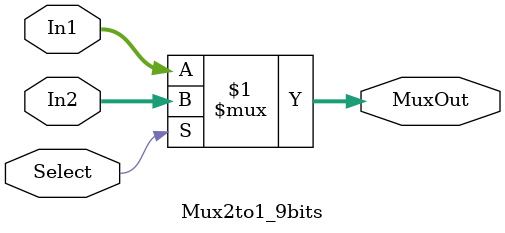
<source format=v>
`timescale 1ns/1ns

module Mux2to1_9bits(
  input Select, 
  input [8:0] In1, In2,
  output [8:0] MuxOut);
  assign MuxOut = Select ? In2 : In1; //input 0 goes first
endmodule

</source>
